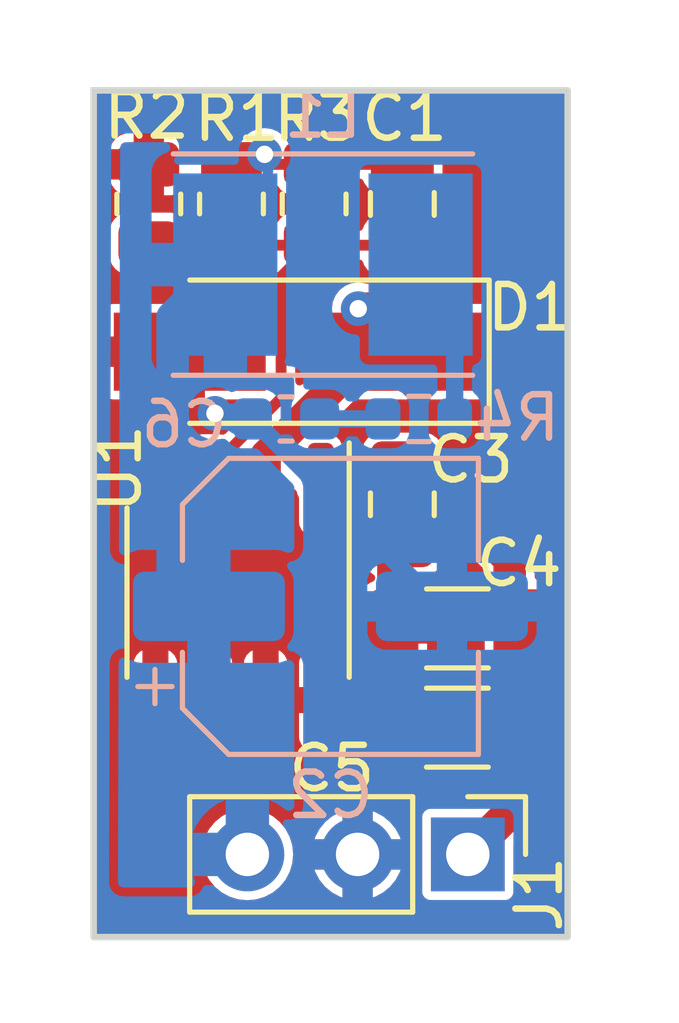
<source format=kicad_pcb>
(kicad_pcb (version 20240108) (generator "pcbnew") (generator_version "8.0")
  (title_block (comment 4 "AISLER Project ID: NTLNLRCI"))
  (layers (0 "F.Cu" signal) (31 "B.Cu" signal) (34 "B.Paste" user) (35 "F.Paste" user) (36 "B.SilkS" user "B.Silkscreen") (37 "F.SilkS" user "F.Silkscreen") (38 "B.Mask" user) (39 "F.Mask" user) (44 "Edge.Cuts" user))
  (net 0 "")
  (net 1 "+3.3V")
  (net 2 "GND")
  (net 3 "FB")
  (net 4 "SW")
  (net 5 "Net-(J1-Pin_1)")
  (net 6 "Net-(C6-Pad1)")
  (footprint "Capacitor_SMD:C_0805_2012Metric" (layer "F.Cu") (at 145.796 94.234 -90)
    (property "Reference" "C1" (at -1.9812 -0.0508 180) (layer "F.SilkS"))
    (property "Value" "33nF")
    (fp_line (start -0.261252 0.735) (end 0.261252 0.735) (stroke (width 0.12)) (layer "F.SilkS"))
    (fp_line (start -0.261252 -0.735) (end 0.261252 -0.735) (stroke (width 0.12)) (layer "F.SilkS"))
    (pad "1" smd roundrect (at -0.95 0 270) (size 1 1.45) (layers "F.Cu" "F.Paste" "F.Mask") (net 1 "+3.3V"))
    (pad "2" smd roundrect (at 0.95 0 270) (size 1 1.45) (layers "F.Cu" "F.Paste" "F.Mask") (net 3 "FB"))
  )
  (footprint "Resistor_SMD:R_0805_2012Metric" (layer "F.Cu") (at 141.859 94.234 -90)
    (property "Reference" "R1" (at -1.9812 -0.127 180) (layer "F.SilkS"))
    (property "Value" "33k")
    (fp_line (start -0.227064 0.735) (end 0.227064 0.735) (stroke (width 0.12)) (layer "F.SilkS"))
    (fp_line (start -0.227064 -0.735) (end 0.227064 -0.735) (stroke (width 0.12)) (layer "F.SilkS"))
    (pad "1" smd roundrect (at -0.9125 0 270) (size 1.025 1.4) (layers "F.Cu" "F.Paste" "F.Mask") (roundrect_rratio 0.243902439) (net 1 "+3.3V"))
    (pad "2" smd roundrect (at 0.9125 0 270) (size 1.025 1.4) (layers "F.Cu" "F.Paste" "F.Mask") (roundrect_rratio 0.243902439) (net 3 "FB"))
  )
  (footprint "Capacitor_SMD:C_0805_2012Metric" (layer "F.Cu") (at 145.796 101.153 -90)
    (property "Reference" "C3" (at -1.0262 -1.5748 180) (layer "F.SilkS"))
    (property "Value" "10nF, 100V")
    (fp_line (start -0.261252 0.735) (end 0.261252 0.735) (stroke (width 0.12)) (layer "F.SilkS"))
    (fp_line (start -0.261252 -0.735) (end 0.261252 -0.735) (stroke (width 0.12)) (layer "F.SilkS"))
    (pad "1" smd roundrect (at -0.95 0 270) (size 1 1.45) (layers "F.Cu" "F.Paste" "F.Mask") (net 5 "Net-(J1-Pin_1)"))
    (pad "2" smd roundrect (at 0.95 0 270) (size 1 1.45) (layers "F.Cu" "F.Paste" "F.Mask") (net 2 "GND"))
  )
  (footprint "Resistor_SMD:R_0805_2012Metric" (layer "F.Cu") (at 143.764 94.234 -90)
    (property "Reference" "R3" (at -1.9812 -0.0508 180) (layer "F.SilkS"))
    (property "Value" "33k")
    (fp_line (start -0.227064 0.735) (end 0.227064 0.735) (stroke (width 0.12)) (layer "F.SilkS"))
    (fp_line (start -0.227064 -0.735) (end 0.227064 -0.735) (stroke (width 0.12)) (layer "F.SilkS"))
    (pad "1" smd roundrect (at -0.9125 0 270) (size 1.025 1.4) (layers "F.Cu" "F.Paste" "F.Mask") (roundrect_rratio 0.243902439) (net 1 "+3.3V"))
    (pad "2" smd roundrect (at 0.9125 0 270) (size 1.025 1.4) (layers "F.Cu" "F.Paste" "F.Mask") (roundrect_rratio 0.243902439) (net 3 "FB"))
  )
  (footprint "Package_SO:SOIC-8_3.9x4.9mm_P1.27mm" (layer "F.Cu") (at 142.0114 103.189 -90)
    (property "Reference" "U1" (at -2.859 2.7686 90) (layer "F.SilkS"))
    (property "Value" "XL7005A")
    (fp_line (start 0 2.56) (end -1.95 2.56) (stroke (width 0.12)) (layer "F.SilkS"))
    (fp_line (start 0 2.56) (end 1.95 2.56) (stroke (width 0.12)) (layer "F.SilkS"))
    (fp_line (start 0 -2.56) (end -3.45 -2.56) (stroke (width 0.12)) (layer "F.SilkS"))
    (fp_line (start 0 -2.56) (end 1.95 -2.56) (stroke (width 0.12)) (layer "F.SilkS"))
    (pad "1" smd roundrect (at -2.475 -1.905 270) (size 1.95 0.6) (layers "F.Cu" "F.Paste" "F.Mask") (net 5 "Net-(J1-Pin_1)"))
    (pad "2" smd roundrect (at -2.475 -0.635 270) (size 1.95 0.6) (layers "F.Cu" "F.Paste" "F.Mask") (net 4 "SW"))
    (pad "3" smd roundrect (at -2.475 0.635 270) (size 1.95 0.6) (layers "F.Cu" "F.Paste" "F.Mask") (net 3 "FB"))
    (pad "4" smd roundrect (at -2.475 1.905 270) (size 1.95 0.6) (layers "F.Cu" "F.Paste" "F.Mask") (net 2 "GND"))
    (pad "5" smd roundrect (at 2.475 1.905 270) (size 1.95 0.6) (layers "F.Cu" "F.Paste" "F.Mask") (net 2 "GND"))
    (pad "6" smd roundrect (at 2.475 0.635 270) (size 1.95 0.6) (layers "F.Cu" "F.Paste" "F.Mask") (net 2 "GND"))
    (pad "7" smd roundrect (at 2.475 -0.635 270) (size 1.95 0.6) (layers "F.Cu" "F.Paste" "F.Mask") (net 2 "GND"))
    (pad "8" smd roundrect (at 2.475 -1.905 270) (size 1.95 0.6) (layers "F.Cu" "F.Paste" "F.Mask") (net 2 "GND"))
  )
  (footprint "Diode_SMD:D_SMA_Handsoldering" (layer "F.Cu") (at 143.3976 97.6376 180)
    (property "Reference" "D1" (at -5.3448 1.016 180) (layer "F.SilkS"))
    (property "Value" "SS310")
    (fp_line (start -4.4 1.65) (end 2.5 1.65) (stroke (width 0.12)) (layer "F.SilkS"))
    (fp_line (start -4.4 -1.65) (end 2.5 -1.65) (stroke (width 0.12)) (layer "F.SilkS"))
    (fp_line (start -4.4 -1.65) (end -4.4 1.65) (stroke (width 0.12)) (layer "F.SilkS"))
    (pad "1" smd rect (at -2.5 0 180) (size 3.5 1.8) (layers "F.Cu" "F.Paste" "F.Mask") (net 4 "SW"))
    (pad "2" smd rect (at 2.5 0 180) (size 3.5 1.8) (layers "F.Cu" "F.Paste" "F.Mask") (net 2 "GND"))
  )
  (footprint "Connector_PinHeader_2.54mm:PinHeader_1x03_P2.54mm_Vertical" (layer "F.Cu") (at 147.305 109.22 -90)
    (property "Reference" "J1" (at 0.9144 -1.6406 90) (layer "F.SilkS"))
    (property "Value" "Conn_01x03_Male")
    (fp_line (start -1.33 6.41) (end 1.33 6.41) (stroke (width 0.12)) (layer "F.SilkS"))
    (fp_line (start -1.33 1.27) (end -1.33 6.41) (stroke (width 0.12)) (layer "F.SilkS"))
    (fp_line (start -1.33 1.27) (end 1.33 1.27) (stroke (width 0.12)) (layer "F.SilkS"))
    (fp_line (start 1.33 1.27) (end 1.33 6.41) (stroke (width 0.12)) (layer "F.SilkS"))
    (fp_line (start -1.33 0) (end -1.33 -1.33) (stroke (width 0.12)) (layer "F.SilkS"))
    (fp_line (start -1.33 -1.33) (end 0 -1.33) (stroke (width 0.12)) (layer "F.SilkS"))
    (pad "1" thru_hole rect (at 0 0 270) (size 1.7 1.7) (drill 1) (layers "*.Cu" "*.Mask") (net 5 "Net-(J1-Pin_1)"))
    (pad "2" thru_hole oval (at 0 2.54 270) (size 1.7 1.7) (drill 1) (layers "*.Cu" "*.Mask") (net 2 "GND"))
    (pad "3" thru_hole oval (at 0 5.08 270) (size 1.7 1.7) (drill 1) (layers "*.Cu" "*.Mask") (net 1 "+3.3V"))
  )
  (footprint "Capacitor_SMD:C_1206_3216Metric" (layer "F.Cu") (at 147.066 104.013 180)
    (property "Reference" "C4" (at -1.4224 1.4986 0) (layer "F.SilkS"))
    (property "Value" "100nF, 100V")
    (fp_line (start -0.711252 0.91) (end 0.711252 0.91) (stroke (width 0.12)) (layer "F.SilkS"))
    (fp_line (start -0.711252 -0.91) (end 0.711252 -0.91) (stroke (width 0.12)) (layer "F.SilkS"))
    (pad "1" smd roundrect (at -1.475 0 180) (size 1.15 1.8) (layers "F.Cu" "F.Paste" "F.Mask") (roundrect_rratio 0.217391) (net 5 "Net-(J1-Pin_1)"))
    (pad "2" smd roundrect (at 1.475 0 180) (size 1.15 1.8) (layers "F.Cu" "F.Paste" "F.Mask") (roundrect_rratio 0.217391) (net 2 "GND"))
  )
  (footprint "Resistor_SMD:R_0805_2012Metric" (layer "F.Cu") (at 139.954 94.234 90)
    (property "Reference" "R2" (at 2.032 -0.0508 180) (layer "F.SilkS"))
    (property "Value" "10k")
    (fp_line (start -0.227064 -0.735) (end 0.227064 -0.735) (stroke (width 0.12)) (layer "F.SilkS"))
    (fp_line (start -0.227064 0.735) (end 0.227064 0.735) (stroke (width 0.12)) (layer "F.SilkS"))
    (pad "1" smd roundrect (at -0.9125 0 90) (size 1.025 1.4) (layers "F.Cu" "F.Paste" "F.Mask") (roundrect_rratio 0.243902439) (net 3 "FB"))
    (pad "2" smd roundrect (at 0.9125 0 90) (size 1.025 1.4) (layers "F.Cu" "F.Paste" "F.Mask") (roundrect_rratio 0.243902439) (net 2 "GND"))
  )
  (footprint "Capacitor_SMD:C_1206_3216Metric" (layer "F.Cu") (at 147.0642 106.299 180)
    (property "Reference" "C5" (at 2.8938 -0.9398 0) (layer "F.SilkS"))
    (property "Value" "2.2uF, 100V")
    (fp_line (start -0.711252 0.91) (end 0.711252 0.91) (stroke (width 0.12)) (layer "F.SilkS"))
    (fp_line (start -0.711252 -0.91) (end 0.711252 -0.91) (stroke (width 0.12)) (layer "F.SilkS"))
    (pad "1" smd roundrect (at -1.475 0 180) (size 1.15 1.8) (layers "F.Cu" "F.Paste" "F.Mask") (roundrect_rratio 0.217391) (net 5 "Net-(J1-Pin_1)"))
    (pad "2" smd roundrect (at 1.475 0 180) (size 1.15 1.8) (layers "F.Cu" "F.Paste" "F.Mask") (roundrect_rratio 0.217391) (net 2 "GND"))
  )
  (footprint "Capacitor_SMD:C_0603_1608Metric" (layer "B.Cu") (at 143.116 99.187 180)
    (property "Reference" "C6" (at 2.3492 -0.127 0) (layer "B.SilkS") (effects (justify mirror)))
    (property "Value" "470p")
    (fp_line (start 0.14058 0.51) (end -0.14058 0.51) (stroke (width 0.12)) (layer "B.SilkS"))
    (fp_line (start 0.14058 -0.51) (end -0.14058 -0.51) (stroke (width 0.12)) (layer "B.SilkS"))
    (pad "1" smd roundrect (at -0.775 0 180) (size 0.9 0.95) (layers "B.Cu" "B.Paste" "B.Mask") (net 6 "Net-(C6-Pad1)"))
    (pad "2" smd roundrect (at 0.775 0 180) (size 0.9 0.95) (layers "B.Cu" "B.Paste" "B.Mask") (net 2 "GND"))
  )
  (footprint "Inductor_SMD:L_Taiyo-Yuden_NR-50xx_HandSoldering" (layer "B.Cu") (at 143.9672 95.631 180)
    (property "Reference" "L1" (at 0 3.45 0) (layer "B.SilkS") (effects (justify mirror)))
    (property "Value" "100uH")
    (fp_line (start -3.45 2.55) (end 3.45 2.55) (stroke (width 0.12)) (layer "B.SilkS"))
    (fp_line (start -3.45 -2.55) (end 3.45 -2.55) (stroke (width 0.12)) (layer "B.SilkS"))
    (pad "1" smd rect (at -2.25 0 180) (size 2.4 4.2) (layers "B.Cu" "B.Paste" "B.Mask") (net 4 "SW"))
    (pad "2" smd rect (at 2.25 0 180) (size 2.4 4.2) (layers "B.Cu" "B.Paste" "B.Mask") (net 1 "+3.3V"))
  )
  (footprint "Resistor_SMD:R_0603_1608Metric" (layer "B.Cu") (at 146.177 99.187 180)
    (property "Reference" "R4" (at -2.2606 0.0254 0) (layer "B.SilkS") (effects (justify mirror)))
    (property "Value" "22")
    (fp_line (start 0.237258 0.5225) (end -0.237258 0.5225) (stroke (width 0.12)) (layer "B.SilkS"))
    (fp_line (start 0.237258 -0.5225) (end -0.237258 -0.5225) (stroke (width 0.12)) (layer "B.SilkS"))
    (pad "1" smd roundrect (at -0.825 0 180) (size 0.8 0.95) (layers "B.Cu" "B.Paste" "B.Mask") (net 4 "SW"))
    (pad "2" smd roundrect (at 0.825 0 180) (size 0.8 0.95) (layers "B.Cu" "B.Paste" "B.Mask") (net 6 "Net-(C6-Pad1)"))
  )
  (footprint "Capacitor_SMD:CP_Elec_6.3x5.9" (layer "B.Cu") (at 144.139 103.505)
    (property "Reference" "C2" (at 0 4.35 180) (layer "B.SilkS") (effects (justify mirror)))
    (property "Value" "100uF")
    (fp_line (start -4.4375 1.8475) (end -3.65 1.8475) (stroke (width 0.12)) (layer "B.SilkS"))
    (fp_line (start -4.04375 2.24125) (end -4.04375 1.45375) (stroke (width 0.12)) (layer "B.SilkS"))
    (fp_line (start -3.41 -2.345563) (end -3.41 -1.06) (stroke (width 0.12)) (layer "B.SilkS"))
    (fp_line (start -3.41 -2.345563) (end -2.345563 -3.41) (stroke (width 0.12)) (layer "B.SilkS"))
    (fp_line (start -3.41 2.345563) (end -3.41 1.06) (stroke (width 0.12)) (layer "B.SilkS"))
    (fp_line (start -3.41 2.345563) (end -2.345563 3.41) (stroke (width 0.12)) (layer "B.SilkS"))
    (fp_line (start -2.345563 -3.41) (end 3.41 -3.41) (stroke (width 0.12)) (layer "B.SilkS"))
    (fp_line (start -2.345563 3.41) (end 3.41 3.41) (stroke (width 0.12)) (layer "B.SilkS"))
    (fp_line (start 3.41 -3.41) (end 3.41 -1.06) (stroke (width 0.12)) (layer "B.SilkS"))
    (fp_line (start 3.41 3.41) (end 3.41 1.06) (stroke (width 0.12)) (layer "B.SilkS"))
    (pad "1" smd roundrect (at -2.8 0) (size 3.5 1.6) (layers "B.Cu" "B.Paste" "B.Mask") (roundrect_rratio 0.15625) (net 1 "+3.3V"))
    (pad "2" smd roundrect (at 2.8 0) (size 3.5 1.6) (layers "B.Cu" "B.Paste" "B.Mask") (roundrect_rratio 0.15625) (net 2 "GND"))
  )
  (gr_rect (start 138.684 91.6178) (end 149.606 111.125) (stroke (width 0.15)) (fill none) (layer "Edge.Cuts"))
  (segment (start 142.8515 93.3215) (end 146.1395 93.3215) (width 0.25) (layer "F.Cu") (net 1))
  (segment (start 142.225 109.22) (end 142.24 109.22) (width 1) (layer "F.Cu") (net 1))
  (segment (start 142.621 93.091) (end 142.8515 93.3215) (width 0.25) (layer "F.Cu") (net 1))
  (segment (start 146.1395 93.3215) (end 146.177 93.284) (width 0.25) (layer "F.Cu") (net 1))
  (via (at 142.621 93.091) (size 0.8) (drill 0.4) (layers "F.Cu" "B.Cu") (net 1))
  (segment (start 140.503 102.669) (end 141.339 103.505) (width 0.75) (layer "B.Cu") (net 1))
  (segment (start 141.7172 94.452) (end 141.7172 96.012) (width 0.25) (layer "B.Cu") (net 1))
  (segment (start 141.7172 95.631) (end 140.503 96.8452) (width 0.75) (layer "B.Cu") (net 1))
  (segment (start 142.621 93.091) (end 142.6972 93.1672) (width 0.25) (layer "B.Cu") (net 1))
  (segment (start 142.6972 93.1672) (end 142.6972 93.472) (width 0.25) (layer "B.Cu") (net 1))
  (segment (start 142.225 109.22) (end 142.24 109.22) (width 1) (layer "B.Cu") (net 1))
  (segment (start 140.503 96.8452) (end 140.503 102.669) (width 0.75) (layer "B.Cu") (net 1))
  (segment (start 145.542 106.299) (end 145.669 106.299) (width 0.75) (layer "F.Cu") (net 2))
  (segment (start 144.765 109.22) (end 144.78 109.22) (width 1) (layer "F.Cu") (net 2))
  (segment (start 145.591 102.308) (end 145.796 102.103) (width 0.75) (layer "F.Cu") (net 2))
  (segment (start 145.591 104.013) (end 145.591 102.308) (width 0.75) (layer "F.Cu") (net 2))
  (segment (start 145.796 102.108) (end 145.669 102.235) (width 0.25) (layer "F.Cu") (net 2))
  (segment (start 145.669 104.091) (end 145.591 104.013) (width 0.75) (layer "F.Cu") (net 2))
  (segment (start 145.796 102.103) (end 145.796 102.108) (width 0.25) (layer "F.Cu") (net 2))
  (segment (start 145.669 106.299) (end 145.669 104.091) (width 0.75) (layer "F.Cu") (net 2))
  (via (at 141.478 99.06) (size 0.8) (drill 0.4) (layers "F.Cu" "B.Cu") (net 2))
  (segment (start 146.659 103.505) (end 146.939 103.505) (width 0.4) (layer "B.Cu") (net 2))
  (segment (start 142.341 99.187) (end 141.605 99.187) (width 0.4) (layer "B.Cu") (net 2))
  (segment (start 141.605 99.187) (end 141.478 99.06) (width 0.4) (layer "B.Cu") (net 2))
  (segment (start 142.341 99.187) (end 146.659 103.505) (width 0.4) (layer "B.Cu") (net 2))
  (segment (start 142.367 95.1465) (end 140.462 95.1465) (width 0.25) (layer "F.Cu") (net 3))
  (segment (start 146.177 95.184) (end 142.4045 95.184) (width 0.25) (layer "F.Cu") (net 3))
  (segment (start 143.002 98.708857) (end 143.002 95.9085) (width 0.25) (layer "F.Cu") (net 3))
  (segment (start 142.494 95.2735) (end 142.367 95.1465) (width 0.25) (layer "F.Cu") (net 3))
  (segment (start 141.3764 100.714) (end 141.3764 100.334457) (width 0.25) (layer "F.Cu") (net 3))
  (segment (start 143.002 95.9085) (end 143.764 95.1465) (width 0.25) (layer "F.Cu") (net 3))
  (segment (start 141.3764 100.334457) (end 143.002 98.708857) (width 0.25) (layer "F.Cu") (net 3))
  (segment (start 142.4045 95.184) (end 142.367 95.1465) (width 0.25) (layer "F.Cu") (net 3))
  (segment (start 142.6464 100.714) (end 142.6464 100.2621) (width 0.25) (layer "F.Cu") (net 4))
  (segment (start 142.6464 100.019051) (end 142.6464 100.714) (width 0.7) (layer "F.Cu") (net 4))
  (segment (start 145.121 96.647) (end 146.264 97.79) (width 0.75) (layer "F.Cu") (net 4))
  (segment (start 144.875451 97.79) (end 142.6464 100.019051) (width 0.7) (layer "F.Cu") (net 4))
  (segment (start 145.193649 97.79) (end 144.78 97.79) (width 0.75) (layer "F.Cu") (net 4))
  (segment (start 142.6464 100.2621) (end 142.748 100.1605) (width 0.25) (layer "F.Cu") (net 4))
  (segment (start 144.78 96.647) (end 145.121 96.647) (width 0.75) (layer "F.Cu") (net 4))
  (segment (start 146.4272 97.79) (end 144.875451 97.79) (width 0.7) (layer "F.Cu") (net 4))
  (segment (start 146.264 97.79) (end 145.193649 97.79) (width 0.25) (layer "F.Cu") (net 4))
  (segment (start 144.78 96.647) (end 144.78 97.79) (width 0.75) (layer "F.Cu") (net 4))
  (via (at 144.78 96.647) (size 0.8) (drill 0.4) (layers "F.Cu" "B.Cu") (net 4))
  (segment (start 147.002 96.4158) (end 146.2172 95.631) (width 0.4) (layer "B.Cu") (net 4))
  (segment (start 147.002 99.187) (end 147.002 96.4158) (width 0.4) (layer "B.Cu") (net 4))
  (segment (start 145.923 100.711) (end 143.9194 100.711) (width 0.75) (layer "F.Cu") (net 5))
  (segment (start 148.27 104.205) (end 148.27 106.364) (width 0.75) (layer "F.Cu") (net 5))
  (segment (start 148.27 108.255) (end 147.305 109.22) (width 0.75) (layer "F.Cu") (net 5))
  (segment (start 148.27 102.423) (end 148.27 104.205) (width 0.75) (layer "F.Cu") (net 5))
  (segment (start 146.115 100.714) (end 146.561 100.714) (width 0.75) (layer "F.Cu") (net 5))
  (segment (start 147.305 109.22) (end 147.32 109.22) (width 1) (layer "F.Cu") (net 5))
  (segment (start 146.561 100.714) (end 148.27 102.423) (width 0.75) (layer "F.Cu") (net 5))
  (segment (start 148.27 106.364) (end 148.27 108.255) (width 0.75) (layer "F.Cu") (net 5))
  (segment (start 148.27 104.205) (end 148.27 104.139) (width 0.25) (layer "F.Cu") (net 5))
  (segment (start 143.891 99.187) (end 145.352 99.187) (width 0.4) (layer "B.Cu") (net 6))
  (zone (net 2) (net_name "GND") (layers "F&B.Cu") (connect_pads (clearance 0.2)) (min_thickness 0.2) (fill yes (thermal_gap 0.2) (thermal_bridge_width 0.7))
    (polygon (pts (xy 151.765 111.633) (xy 136.525 111.633) (xy 136.525 89.535) (xy 151.765 89.535)))
  )
  (zone (net 1) (net_name "+3.3V") (layer "B.Cu") (priority 1) (connect_pads (clearance 0.2)) (min_thickness 0.25) (fill yes (thermal_gap 0.5) (thermal_bridge_width 1))
    (polygon (pts (xy 139.2936 92.8116) (xy 143.3068 92.8116) (xy 143.3068 109.982) (xy 139.2428 109.982)))
  )
)
</source>
